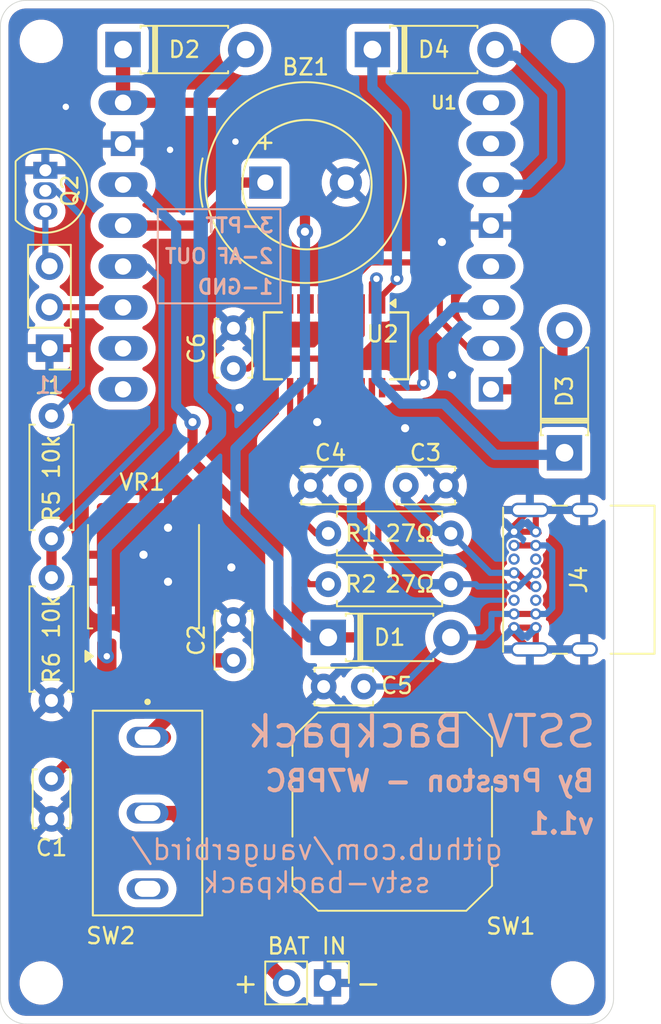
<source format=kicad_pcb>
(kicad_pcb (version 20241229) (generator "pcbnew") (generator_version "9.0")
  (title_block (title "SSTV Backpack") (date "2025-08-29") (rev "1.1"))
  (layers (0 "F.Cu" signal) (2 "B.Cu" signal) (13 "F.Paste" user) (15 "B.Paste" user) (5 "F.SilkS" user "F.Silkscreen") (7 "B.SilkS" user "B.Silkscreen") (1 "F.Mask" user) (3 "B.Mask" user) (25 "Edge.Cuts" user))
  (net 0 "")
  (net 1 "RTS")
  (net 6 "GND")
  (net 7 "+5V")
  (net 8 "/BUZZER")
  (net 9 "/8V IN")
  (net 10 "PTT")
  (net 11 "/TX OUT")
  (net 12 "/CAPTURE")
  (net 13 "/VIN")
  (net 16 "TXD")
  (net 17 "RXD")
  (net 18 "/5VUSB")
  (net 19 "Net-(U2-USBDM)")
  (net 20 "Net-(U2-USBDP)")
  (net 25 "DTR")
  (net 27 "3V3FTDI")
  (net 31 "Net-(D3-A)")
  (net 32 "Net-(D4-A)")
  (net 33 "/D-")
  (net 34 "/D+")
  (net 35 "Net-(Q2-B)")
  (net 36 "PTT_TRIG")
  (net 37 "/5VO")
  (footprint "Package_TO_SOT_SMD:TO-252-2" (layer "F.Cu") (at 148.591 99.153 90)
    (property "Reference" "VR1" (at 5.755 -0.09 180) (layer "F.SilkS"))
    (property "Value" "LP38693DT-5.0" (hide yes))
    (pad "1" smd roundrect (at -5.04 -2.28 90) (size 2.2 1.2) (layers "F.Cu" "F.Mask" "F.Paste") (roundrect_rratio 0.208333) (net 37 "/5VO"))
    (pad "2" smd roundrect (at -0.415 -1.525 90) (size 3.05 2.75) (layers "F.Cu" "F.Paste") (roundrect_rratio 0.090909) (net 6 "GND"))
    (pad "2" smd roundrect (at -0.415 1.525 90) (size 3.05 2.75) (layers "F.Cu" "F.Paste") (roundrect_rratio 0.090909) (net 6 "GND"))
    (pad "2" smd roundrect (at 1.26 0 90) (size 6.4 5.8) (layers "F.Cu" "F.Mask") (roundrect_rratio 0.043103) (net 6 "GND"))
    (pad "2" smd roundrect (at 2.935 -1.525 90) (size 3.05 2.75) (layers "F.Cu" "F.Paste") (roundrect_rratio 0.090909) (net 6 "GND"))
    (pad "2" smd roundrect (at 2.935 1.525 90) (size 3.05 2.75) (layers "F.Cu" "F.Paste") (roundrect_rratio 0.090909) (net 6 "GND"))
    (pad "3" smd roundrect (at -5.04 2.28 90) (size 2.2 1.2) (layers "F.Cu" "F.Mask" "F.Paste") (roundrect_rratio 0.208333) (net 9 "/8V IN"))
  )
  (footprint "Capacitor_THT:C_Disc_D3.4mm_W2.1mm_P2.50mm" (layer "F.Cu") (at 159.786 106.0704)
    (property "Reference" "C5" (at 4.552 -0.0508 0) (layer "F.SilkS"))
    (property "Value" "10nF" (hide yes))
    (pad "1" thru_hole circle (at 0 0) (size 1.6 1.6) (drill 0.8) (layers "*.Cu" "*.Mask") (net 6 "GND"))
    (pad "2" thru_hole circle (at 2.5 0) (size 1.6 1.6) (drill 0.8) (layers "*.Cu" "*.Mask") (net 18 "/5VUSB"))
  )
  (footprint "Buzzer_Beeper:Buzzer_TDK_PS1240P02BT_D12.2mm_H6.5mm" (layer "F.Cu") (at 156.163 74.803)
    (property "Reference" "BZ1" (at 2.5 -7.17 0) (layer "F.SilkS"))
    (property "Value" "Buzzer" (hide yes))
    (fp_text user "+" (at -0.01 -2.54 0) (layer "F.SilkS"))
    (pad "1" thru_hole rect (at 0 0) (size 2 2) (drill 1) (layers "*.Cu" "*.Mask") (net 8 "/BUZZER"))
    (pad "2" thru_hole circle (at 5 0) (size 2 2) (drill 1) (layers "*.Cu" "*.Mask") (net 6 "GND"))
  )
  (footprint "Resistor_THT:R_Axial_DIN0207_L6.3mm_D2.5mm_P7.62mm_Horizontal" (layer "F.Cu") (at 142.875 96.901 90)
    (property "Reference" "R5" (at 2.032 0 90) (layer "F.SilkS"))
    (property "Value" "10k" (at 5.08 0 90) (layer "F.SilkS"))
    (pad "1" thru_hole circle (at 0 0 90) (size 1.6 1.6) (drill 0.8) (layers "*.Cu" "*.Mask") (net 36 "PTT_TRIG"))
    (pad "2" thru_hole oval (at 7.62 0 90) (size 1.6 1.6) (drill 0.8) (layers "*.Cu" "*.Mask") (net 35 "Net-(Q2-B)"))
  )
  (footprint "Diode_THT:D_DO-41_SOD81_P7.62mm_Horizontal" (layer "F.Cu") (at 160.0708 103.0224)
    (property "Reference" "D1" (at 3.81 0 0) (layer "F.SilkS"))
    (property "Value" "1N5819" (hide yes))
    (pad "1" thru_hole rect (at 0 0) (size 2.2 2.2) (drill 1.1) (layers "*.Cu" "*.Mask") (net 7 "+5V"))
    (pad "2" thru_hole oval (at 7.62 0) (size 2.2 2.2) (drill 1.1) (layers "*.Cu" "*.Mask") (net 18 "/5VUSB"))
  )
  (footprint "Diode_THT:D_DO-41_SOD81_P7.62mm_Horizontal" (layer "F.Cu") (at 174.752 91.567 90)
    (property "Reference" "D3" (at 3.81 0 90) (layer "F.SilkS"))
    (property "Value" "1N4148" (hide yes))
    (pad "1" thru_hole rect (at 0 0 90) (size 2.2 2.2) (drill 1.1) (layers "*.Cu" "*.Mask") (net 1 "RTS"))
    (pad "2" thru_hole oval (at 7.62 0 90) (size 2.2 2.2) (drill 1.1) (layers "*.Cu" "*.Mask") (net 31 "Net-(D3-A)"))
  )
  (footprint "SwitchSPDT:SW_SLW-1276864-4A-D" (layer "F.Cu") (at 148.844 113.92 -90)
    (property "Reference" "SW2" (at 7.62 2.286 180) (layer "F.SilkS"))
    (property "Value" "SLW-1276864-4A-D" (hide yes))
    (pad "1" thru_hole oval (at -4.7 0 270) (size 1.3 2.6) (drill oval 1 1.6) (layers "*.Cu" "*.Mask") (net 9 "/8V IN"))
    (pad "2" thru_hole oval (at 0 0 270) (size 1.3 2.6) (drill oval 1 1.6) (layers "*.Cu" "*.Mask") (net 13 "/VIN"))
    (pad "3" thru_hole oval (at 4.7 0 270) (size 1.3 2.6) (drill oval 1 1.6) (layers "*.Cu" "*.Mask"))
  )
  (footprint "ESP32-CAM:ESP32-CAM" (layer "F.Cu") (at 158.75 80.01 180)
    (property "Reference" "U1" (at -8.509 10.16 0) (layer "F.SilkS") (effects (font (size 0.787402 0.787402))))
    (property "Value" "ESP32-CAM" (hide yes))
    (pad "P$1" thru_hole rect (at -11.43 -7.62 180) (size 1.524 1.524) (drill 1.016) (layers "*.Cu" "*.Mask") (net 31 "Net-(D3-A)"))
    (pad "P$2" thru_hole oval (at -11.43 -5.08 180) (size 3.048 1.524) (drill 1.016) (layers "*.Cu" "*.Mask") (net 17 "RXD"))
    (pad "P$3" thru_hole oval (at -11.43 -2.54 180) (size 3.048 1.524) (drill 1.016) (layers "*.Cu" "*.Mask") (net 16 "TXD"))
    (pad "P$4" thru_hole oval (at -11.43 0 180) (size 3.048 1.524) (drill 1.016) (layers "*.Cu" "*.Mask"))
    (pad "P$5" thru_hole rect (at -11.43 2.54 180) (size 1.524 1.524) (drill 1.016) (layers "*.Cu" "*.Mask") (net 6 "GND"))
    (pad "P$6" thru_hole oval (at -11.43 5.08 180) (size 3.048 1.524) (drill 1.016) (layers "*.Cu" "*.Mask") (net 32 "Net-(D4-A)"))
    (pad "P$7" thru_hole oval (at -11.43 7.62 180) (size 3.048 1.524) (drill 1.016) (layers "*.Cu" "*.Mask"))
    (pad "P$8" thru_hole oval (at -11.43 10.16 180) (size 3.048 1.524) (drill 1.016) (layers "*.Cu" "*.Mask"))
    (pad "P$9" thru_hole oval (at 11.43 10.16 180) (size 3.048 1.524) (drill 1.016) (layers "*.Cu" "*.Mask") (net 7 "+5V"))
    (pad "P$10" thru_hole rect (at 11.43 7.62 180) (size 1.524 1.524) (drill 1.016) (layers "*.Cu" "*.Mask") (net 6 "GND"))
    (pad "P$11" thru_hole oval (at 11.43 5.08 180) (size 3.048 1.524) (drill 1.016) (layers "*.Cu" "*.Mask") (net 12 "/CAPTURE"))
    (pad "P$12" thru_hole oval (at 11.43 2.54 180) (size 3.048 1.524) (drill 1.016) (layers "*.Cu" "*.Mask") (net 8 "/BUZZER"))
    (pad "P$13" thru_hole oval (at 11.43 0 180) (size 3.048 1.524) (drill 1.016) (layers "*.Cu" "*.Mask") (net 36 "PTT_TRIG"))
    (pad "P$14" thru_hole oval (at 11.43 -2.54 180) (size 3.048 1.524) (drill 1.016) (layers "*.Cu" "*.Mask") (net 11 "/TX OUT"))
    (pad "P$15" thru_hole oval (at 11.43 -5.08 180) (size 3.048 1.524) (drill 1.016) (layers "*.Cu" "*.Mask"))
    (pad "P$16" thru_hole oval (at 11.43 -7.62 180) (size 3.048 1.524) (drill 1.016) (layers "*.Cu" "*.Mask"))
  )
  (footprint "Diode_THT:D_DO-41_SOD81_P7.62mm_Horizontal" (layer "F.Cu") (at 147.32 66.548)
    (property "Reference" "D2" (at 3.81 0 0) (layer "F.SilkS"))
    (property "Value" "1N5819" (hide yes))
    (pad "1" thru_hole rect (at 0 0) (size 2.2 2.2) (drill 1.1) (layers "*.Cu" "*.Mask") (net 7 "+5V"))
    (pad "2" thru_hole oval (at 7.62 0) (size 2.2 2.2) (drill 1.1) (layers "*.Cu" "*.Mask") (net 37 "/5VO"))
  )
  (footprint "Capacitor_THT:C_Disc_D3.4mm_W2.1mm_P2.50mm" (layer "F.Cu") (at 154.179 104.447 90)
    (property "Reference" "C2" (at 1.25 -2.3 90) (layer "F.SilkS"))
    (property "Value" "1uF")
    (pad "1" thru_hole circle (at 0 0 90) (size 1.6 1.6) (drill 0.8) (layers "*.Cu" "*.Mask") (net 9 "/8V IN"))
    (pad "2" thru_hole circle (at 2.5 0 90) (size 1.6 1.6) (drill 0.8) (layers "*.Cu" "*.Mask") (net 6 "GND"))
  )
  (footprint "Connector_PinHeader_2.54mm:PinHeader_1x02_P2.54mm_Vertical" (layer "F.Cu") (at 160.025 124.46 -90)
    (property "Reference" "J2" (hide yes))
    (property "Value" "Conn_01x02_Pin" (hide yes))
    (pad "1" thru_hole rect (at 0 0 270) (size 1.7 1.7) (drill 1) (layers "*.Cu" "*.Mask") (net 6 "GND"))
    (pad "2" thru_hole oval (at 0 2.54 270) (size 1.7 1.7) (drill 1) (layers "*.Cu" "*.Mask") (net 13 "/VIN"))
  )
  (footprint "Resistor_THT:R_Axial_DIN0207_L6.3mm_D2.5mm_P7.62mm_Horizontal" (layer "F.Cu") (at 142.875 106.934 90)
    (property "Reference" "R6" (at 2.032 0 90) (layer "F.SilkS"))
    (property "Value" "10k" (at 5.207 0 90) (layer "F.SilkS"))
    (pad "1" thru_hole circle (at 0 0 90) (size 1.6 1.6) (drill 0.8) (layers "*.Cu" "*.Mask") (net 6 "GND"))
    (pad "2" thru_hole oval (at 7.62 0 90) (size 1.6 1.6) (drill 0.8) (layers "*.Cu" "*.Mask") (net 36 "PTT_TRIG"))
  )
  (footprint "Capacitor_THT:C_Disc_D3.4mm_W2.1mm_P2.50mm" (layer "F.Cu") (at 161.464 93.599 180)
    (property "Reference" "C4" (at 1.25 2.032 180) (layer "F.SilkS"))
    (property "Value" "47pF" (hide yes))
    (pad "1" thru_hole circle (at 0 0 180) (size 1.6 1.6) (drill 0.8) (layers "*.Cu" "*.Mask") (net 34 "/D+"))
    (pad "2" thru_hole circle (at 2.5 0 180) (size 1.6 1.6) (drill 0.8) (layers "*.Cu" "*.Mask") (net 6 "GND"))
  )
  (footprint "Resistor_THT:R_Axial_DIN0207_L6.3mm_D2.5mm_P7.62mm_Horizontal" (layer "F.Cu") (at 167.6908 99.7204 180)
    (property "Reference" "R2" (at 5.588 0 0) (layer "F.SilkS"))
    (property "Value" "27Ω" (at 2.54 0 0) (layer "F.SilkS"))
    (pad "1" thru_hole circle (at 0 0 180) (size 1.6 1.6) (drill 0.8) (layers "*.Cu" "*.Mask") (net 34 "/D+"))
    (pad "2" thru_hole oval (at 7.62 0 180) (size 1.6 1.6) (drill 0.8) (layers "*.Cu" "*.Mask") (net 20 "Net-(U2-USBDP)"))
  )
  (footprint "MountingHole:MountingHole_2.2mm_M2" (layer "F.Cu") (at 175.26 66.04)
    (property "Reference" "REF**" (hide yes))
    (property "Value" "MountingHole_2.2mm_M2" (hide yes))
    (pad "" np_thru_hole circle (at 0 0) (size 2.2 2.2) (drill 2.2) (layers "*.Cu" "*.Mask"))
  )
  (footprint "Package_SO:SSOP-20_3.9x8.7mm_P0.635mm" (layer "F.Cu") (at 160.55975 84.93125 -90)
    (property "Reference" "U2" (at -0.73025 -2.88925 0) (layer "F.SilkS"))
    (property "Value" "FT231XS" (hide yes))
    (pad "1" smd rect (at -2.6 -2.8575 270) (size 1.2 0.4) (layers "F.Cu" "F.Mask" "F.Paste") (net 25 "DTR"))
    (pad "2" smd rect (at -2.6 -2.2225 270) (size 1.2 0.4) (layers "F.Cu" "F.Mask" "F.Paste") (net 1 "RTS"))
    (pad "3" smd rect (at -2.6 -1.5875 270) (size 1.2 0.4) (layers "F.Cu" "F.Mask" "F.Paste") (net 27 "3V3FTDI"))
    (pad "4" smd rect (at -2.6 -0.9525 270) (size 1.2 0.4) (layers "F.Cu" "F.Mask" "F.Paste") (net 17 "RXD"))
    (pad "5" smd rect (at -2.6 -0.3175 270) (size 1.2 0.4) (layers "F.Cu" "F.Mask" "F.Paste"))
    (pad "6" smd rect (at -2.6 0.3175 270) (size 1.2 0.4) (layers "F.Cu" "F.Mask" "F.Paste") (net 6 "GND"))
    (pad "7" smd rect (at -2.6 0.9525 270) (size 1.2 0.4) (layers "F.Cu" "F.Mask" "F.Paste"))
    (pad "8" smd rect (at -2.6 1.5875 270) (size 1.2 0.4) (layers "F.Cu" "F.Mask" "F.Paste"))
    (pad "9" smd rect (at -2.6 2.2225 270) (size 1.2 0.4) (layers "F.Cu" "F.Mask" "F.Paste"))
    (pad "10" smd rect (at -2.6 2.8575 270) (size 1.2 0.4) (layers "F.Cu" "F.Mask" "F.Paste"))
    (pad "11" smd rect (at 2.6 2.8575 270) (size 1.2 0.4) (layers "F.Cu" "F.Mask" "F.Paste") (net 20 "Net-(U2-USBDP)"))
    (pad "12" smd rect (at 2.6 2.2225 270) (size 1.2 0.4) (layers "F.Cu" "F.Mask" "F.Paste") (net 19 "Net-(U2-USBDM)"))
    (pad "13" smd rect (at 2.6 1.5875 270) (size 1.2 0.4) (layers "F.Cu" "F.Mask" "F.Paste") (net 27 "3V3FTDI"))
    (pad "14" smd rect (at 2.6 0.9525 270) (size 1.2 0.4) (layers "F.Cu" "F.Mask" "F.Paste") (net 27 "3V3FTDI"))
    (pad "15" smd rect (at 2.6 0.3175 270) (size 1.2 0.4) (layers "F.Cu" "F.Mask" "F.Paste") (net 7 "+5V"))
    (pad "16" smd rect (at 2.6 -0.3175 270) (size 1.2 0.4) (layers "F.Cu" "F.Mask" "F.Paste") (net 6 "GND"))
    (pad "17" smd rect (at 2.6 -0.9525 270) (size 1.2 0.4) (layers "F.Cu" "F.Mask" "F.Paste"))
    (pad "18" smd rect (at 2.6 -1.5875 270) (size 1.2 0.4) (layers "F.Cu" "F.Mask" "F.Paste"))
    (pad "19" smd rect (at 2.6 -2.2225 270) (size 1.2 0.4) (layers "F.Cu" "F.Mask" "F.Paste"))
    (pad "20" smd rect (at 2.6 -2.8575 270) (size 1.2 0.4) (layers "F.Cu" "F.Mask" "F.Paste") (net 16 "TXD"))
  )
  (footprint "Capacitor_THT:C_Disc_D3.4mm_W2.1mm_P2.50mm" (layer "F.Cu") (at 154.178 86.34 90)
    (property "Reference" "C6" (at 1.25 -2.3 90) (layer "F.SilkS"))
    (property "Value" "100nF" (hide yes))
    (pad "1" thru_hole circle (at 0 0 90) (size 1.6 1.6) (drill 0.8) (layers "*.Cu" "*.Mask") (net 27 "3V3FTDI"))
    (pad "2" thru_hole circle (at 2.5 0 90) (size 1.6 1.6) (drill 0.8) (layers "*.Cu" "*.Mask") (net 6 "GND"))
  )
  (footprint "Resistor_THT:R_Axial_DIN0207_L6.3mm_D2.5mm_P7.62mm_Horizontal" (layer "F.Cu") (at 167.6908 96.5708 180)
    (property "Reference" "R1" (at 5.588 0 0) (layer "F.SilkS"))
    (property "Value" "27Ω" (at 2.54 0 0) (layer "F.SilkS"))
    (pad "1" thru_hole circle (at 0 0 180) (size 1.6 1.6) (drill 0.8) (layers "*.Cu" "*.Mask") (net 33 "/D-"))
    (pad "2" thru_hole oval (at 7.62 0 180) (size 1.6 1.6) (drill 0.8) (layers "*.Cu" "*.Mask") (net 19 "Net-(U2-USBDM)"))
  )
  (footprint "MountingHole:MountingHole_2.2mm_M2" (layer "F.Cu") (at 142.24 66.04)
    (property "Reference" "REF**" (hide yes))
    (property "Value" "MountingHole_2.2mm_M2" (hide yes))
    (pad "" np_thru_hole circle (at 0 0) (size 2.2 2.2) (drill 2.2) (layers "*.Cu" "*.Mask"))
  )
  (footprint "Connector_PinHeader_2.54mm:PinHeader_1x03_P2.54mm_Vertical" (layer "F.Cu") (at 142.748 85.075 180)
    (property "Reference" "J1" (at 0 -2.33 0) (layer "F.SilkS"))
    (property "Value" "Conn_01x03_Pin" (hide yes))
    (pad "1" thru_hole rect (at 0 0 180) (size 1.7 1.7) (drill 1) (layers "*.Cu" "*.Mask") (net 6 "GND"))
    (pad "2" thru_hole oval (at 0 2.54 180) (size 1.7 1.7) (drill 1) (layers "*.Cu" "*.Mask") (net 11 "/TX OUT"))
    (pad "3" thru_hole oval (at 0 5.08 180) (size 1.7 1.7) (drill 1) (layers "*.Cu" "*.Mask") (net 10 "PTT"))
  )
  (footprint "MountingHole:MountingHole_2.2mm_M2" (layer "F.Cu") (at 175.26 124.46)
    (property "Reference" "REF**" (hide yes))
    (property "Value" "MountingHole_2.2mm_M2" (hide yes))
    (pad "" np_thru_hole circle (at 0 0) (size 2.2 2.2) (drill 2.2) (layers "*.Cu" "*.Mask"))
  )
  (footprint "Diode_THT:D_DO-41_SOD81_P7.62mm_Horizontal" (layer "F.Cu") (at 162.814 66.548)
    (property "Reference" "D4" (at 3.81 0 0) (layer "F.SilkS"))
    (property "Value" "1N4148" (hide yes))
    (pad "1" thru_hole rect (at 0 0) (size 2.2 2.2) (drill 1.1) (layers "*.Cu" "*.Mask") (net 25 "DTR"))
    (pad "2" thru_hole oval (at 7.62 0) (size 2.2 2.2) (drill 1.1) (layers "*.Cu" "*.Mask") (net 32 "Net-(D4-A)"))
  )
  (footprint "Capacitor_THT:C_Disc_D3.4mm_W2.1mm_P2.50mm" (layer "F.Cu") (at 142.875 111.78 -90)
    (property "Reference" "C1" (at 4.298 0.001 180) (layer "F.SilkS"))
    (property "Value" "1uF")
    (pad "1" thru_hole circle (at 0 0 270) (size 1.6 1.6) (drill 0.8) (layers "*.Cu" "*.Mask") (net 37 "/5VO"))
    (pad "2" thru_hole circle (at 2.5 0 270) (size 1.6 1.6) (drill 0.8) (layers "*.Cu" "*.Mask") (net 6 "GND"))
  )
  (footprint "Capacitor_THT:C_Disc_D3.4mm_W2.1mm_P2.50mm" (layer "F.Cu") (at 164.886 93.599)
    (property "Reference" "C3" (at 1.23 -2.032 0) (layer "F.SilkS"))
    (property "Value" "47pF" (hide yes))
    (pad "1" thru_hole circle (at 0 0) (size 1.6 1.6) (drill 0.8) (layers "*.Cu" "*.Mask") (net 33 "/D-"))
    (pad "2" thru_hole circle (at 2.5 0) (size 1.6 1.6) (drill 0.8) (layers "*.Cu" "*.Mask") (net 6 "GND"))
  )
  (footprint "Button_Switch_SMD:SW_Push_1P1T_NO_CK_PTS125Sx43PSMTR" (layer "F.Cu") (at 164.046 113.832)
    (property "Reference" "SW1" (at 7.366 7.112 0) (layer "F.SilkS"))
    (property "Value" "SW_Push" (hide yes))
    (pad "1" smd rect (at -7.15 -2.5) (size 2 1.5) (layers "F.Cu" "F.Mask" "F.Paste") (net 12 "/CAPTURE"))
    (pad "1" smd rect (at 7.15 -2.5) (size 2 1.5) (layers "F.Cu" "F.Mask" "F.Paste") (net 12 "/CAPTURE"))
    (pad "2" smd rect (at -7.15 2.5) (size 2 1.5) (layers "F.Cu" "F.Mask" "F.Paste") (net 6 "GND"))
    (pad "2" smd rect (at 7.15 2.5) (size 2 1.5) (layers "F.Cu" "F.Mask" "F.Paste") (net 6 "GND"))
  )
  (footprint "MountingHole:MountingHole_2.2mm_M2" (layer "F.Cu") (at 142.24 124.46)
    (property "Reference" "REF**" (hide yes))
    (property "Value" "MountingHole_2.2mm_M2" (hide yes))
    (pad "" np_thru_hole circle (at 0 0) (size 2.2 2.2) (drill 2.2) (layers "*.Cu" "*.Mask"))
  )
  (footprint "Connector_USB:USB_C_Receptacle_GCT_USB4085" (layer "F.Cu") (at 171.616 102.416 90)
    (property "Reference" "J4" (at 2.975 4.025 90) (layer "F.SilkS"))
    (property "Value" "USB_C_Receptacle_USB2.0_14P" (hide yes))
    (pad "A1" thru_hole circle (at 0 0 90) (size 0.7 0.7) (drill 0.4) (layers "*.Cu" "*.Mask") (net 6 "GND"))
    (pad "A4" thru_hole circle (at 0.85 0 90) (size 0.7 0.7) (drill 0.4) (layers "*.Cu" "*.Mask") (net 18 "/5VUSB"))
    (pad "A5" thru_hole circle (at 1.7 0 90) (size 0.7 0.7) (drill 0.4) (layers "*.Cu" "*.Mask"))
    (pad "A6" thru_hole circle (at 2.55 0 90) (size 0.7 0.7) (drill 0.4) (layers "*.Cu" "*.Mask") (net 34 "/D+"))
    (pad "A7" thru_hole circle (at 3.4 0 90) (size 0.7 0.7) (drill 0.4) (layers "*.Cu" "*.Mask") (net 33 "/D-"))
    (pad "A8" thru_hole circle (at 4.25 0 90) (size 0.7 0.7) (drill 0.4) (layers "*.Cu" "*.Mask"))
    (pad "A9" thru_hole circle (at 5.1 0 90) (size 0.7 0.7) (drill 0.4) (layers "*.Cu" "*.Mask") (net 18 "/5VUSB"))
    (pad "A12" thru_hole circle (at 5.95 0 90) (size 0.7 0.7) (drill 0.4) (layers "*.Cu" "*.Mask") (net 6 "GND"))
    (pad "B1" thru_hole circle (at 5.95 1.35 90) (size 0.7 0.7) (drill 0.4) (layers "*.Cu" "*.Mask") (net 6 "GND"))
    (pad "B4" thru_hole circle (at 5.1 1.35 90) (size 0.7 0.7) (drill 0.4) (layers "*.Cu" "*.Mask") (net 18 "/5VUSB"))
    (pad "B5" thru_hole circle (at 4.25 1.35 90) (size 0.7 0.7) (drill 0.4) (layers "*.Cu" "*.Mask"))
    (pad "B6" thru_hole circle (at 3.4 1.35 90) (size 0.7 0.7) (drill 0.4) (layers "*.Cu" "*.Mask") (net 34 "/D+"))
    (pad "B7" thru_hole circle (at 2.55 1.35 90) (size 0.7 0.7) (drill 0.4) (layers "*.Cu" "*.Mask") (net 33 "/D-"))
    (pad "B8" thru_hole circle (at 1.7 1.35 90) (size 0.7 0.7) (drill 0.4) (layers "*.Cu" "*.Mask"))
    (pad "B9" thru_hole circle (at 0.85 1.35 90) (size 0.7 0.7) (drill 0.4) (layers "*.Cu" "*.Mask") (net 18 "/5VUSB"))
    (pad "B12" thru_hole circle (at 0 1.35 90) (size 0.7 0.7) (drill 0.4) (layers "*.Cu" "*.Mask") (net 6 "GND"))
    (pad "S1" thru_hole oval (at -1.35 0.98 90) (size 0.9 2.4) (drill oval 0.6 2.1) (layers "*.Cu" "*.Mask") (net 6 "GND"))
    (pad "S1" thru_hole oval (at -1.35 4.36 90) (size 0.9 1.7) (drill oval 0.6 1.4) (layers "*.Cu" "*.Mask") (net 6 "GND"))
    (pad "S1" thru_hole oval (at 7.3 0.98 90) (size 0.9 2.4) (drill oval 0.6 2.1) (layers "*.Cu" "*.Mask") (net 6 "GND"))
    (pad "S1" thru_hole oval (at 7.3 4.36 90) (size 0.9 1.7) (drill oval 0.6 1.4) (layers "*.Cu" "*.Mask") (net 6 "GND"))
  )
  (footprint "Package_TO_SOT_THT:TO-92_Inline" (layer "F.Cu") (at 142.494 74.041 -90)
    (property "Reference" "Q2" (at 1.27 -1.524 90) (layer "F.SilkS"))
    (property "Value" "2N3904" (hide yes))
    (pad "1" thru_hole rect (at 0 0 270) (size 1.05 1.5) (drill 0.75) (layers "*.Cu" "*.Mask") (net 6 "GND"))
    (pad "2" thru_hole oval (at 1.27 0 270) (size 1.05 1.5) (drill 0.75) (layers "*.Cu" "*.Mask") (net 35 "Net-(Q2-B)"))
    (pad "3" thru_hole oval (at 2.54 0 270) (size 1.05 1.5) (drill 0.75) (layers "*.Cu" "*.Mask") (net 10 "PTT"))
  )
  (gr_rect (start 149.479 76.454) (end 157.099 82.296) (stroke (width 0.127)) (fill no) (layer "B.SilkS"))
  (gr_line (start 176.2125 127) (end 141.2875 127) (stroke (width 0.05)) (layer "Edge.Cuts"))
  (gr_arc (start 141.2875 127) (mid 140.164968 126.535032) (end 139.7 125.4125) (stroke (width 0.05)) (layer "Edge.Cuts"))
  (gr_line (start 141.2875 63.5) (end 176.2125 63.5) (stroke (width 0.05)) (layer "Edge.Cuts"))
  (gr_arc (start 176.2125 63.5) (mid 177.335032 63.964968) (end 177.8 65.0875) (stroke (width 0.05)) (layer "Edge.Cuts"))
  (gr_arc (start 177.8 125.4125) (mid 177.335032 126.535032) (end 176.2125 127) (stroke (width 0.05)) (layer "Edge.Cuts"))
  (gr_line (start 177.8 65.0875) (end 177.8 125.4125) (stroke (width 0.05)) (layer "Edge.Cuts"))
  (gr_arc (start 139.7 65.0875) (mid 140.164968 63.964968) (end 141.2875 63.5) (stroke (width 0.05)) (layer "Edge.Cuts"))
  (gr_line (start 139.7 125.4125) (end 139.7 65.0875) (stroke (width 0.05)) (layer "Edge.Cuts"))
  (gr_text "BAT IN" (at 158.75 122.174 0) (layer "F.SilkS") (effects (font (size 1 1))))
  (gr_text "+" (at 154.94 124.46 0) (layer "F.SilkS") (effects (font (size 1.27 1.27) (thickness 0.15875))))
  (gr_text "-" (at 162.56 124.46 0) (layer "F.SilkS") (effects (font (size 1.27 1.27) (thickness 0.15875))))
  (gr_text "1-GND" (at 154.305 81.28 0) (layer "B.SilkS") (effects (font (size 0.889 0.889) (thickness 0.1778) (bold yes)) (justify mirror)))
  (gr_text "By Preston - W7PBC" (at 176.7332 112.6744 0) (layer "B.SilkS") (effects (font (size 1.27 1.27) (thickness 0.254) (bold yes)) (justify left bottom mirror)))
  (gr_text "3-PTT" (at 154.559 77.47 0) (layer "B.SilkS") (effects (font (size 0.889 0.889) (thickness 0.1778) (bold yes)) (justify mirror)))
  (gr_text "github.com/vaugerbird/\nsstv-backpack" (at 159.3596 118.9736 0) (layer "B.SilkS") (effects (font (size 1.27 1.27) (thickness 0.15875)) (justify bottom mirror)))
  (gr_text "2-AF OUT" (at 153.289 79.375 0) (layer "B.SilkS") (effects (font (size 0.889 0.889) (thickness 0.1778) (bold yes)) (justify mirror)))
  (gr_text "SSTV Backpack" (at 176.8348 109.982 0) (layer "B.SilkS") (effects (font (size 1.905 1.905) (thickness 0.254)) (justify left bottom mirror)))
  (gr_text "J1" (at 142.748 87.376 0) (layer "B.SilkS") (effects (font (size 1 1)) (justify mirror)))
  (gr_text "v1.1" (at 176.7332 115.316 0) (layer "B.SilkS") (effects (font (size 1.27 1.27) (thickness 0.254) (bold yes)) (justify left bottom mirror)))
  (segment (start 162.78225 82.33125) (end 162.78225 81.05775) (width 0.381) (layer "F.Cu") (net 1))
  (segment (start 162.78225 81.05775) (end 163.068 80.772) (width 0.381) (layer "F.Cu") (net 1))
  (via (at 163.068 80.772) (size 0.8) (drill 0.4) (layers "F.Cu" "B.Cu") (net 1))
  (segment (start 170.434 91.694) (end 174.625 91.694) (width 0.635) (layer "B.Cu") (net 1))
  (segment (start 164.592 88.519) (end 163.068 86.995) (width 0.635) (layer "B.Cu") (net 1))
  (segment (start 167.259 88.519) (end 164.592 88.519) (width 0.635) (layer "B.Cu") (net 1))
  (segment (start 163.068 86.995) (end 163.068 80.772) (width 0.635) (layer "B.Cu") (net 1))
  (segment (start 170.434 91.694) (end 167.259 88.519) (width 0.635) (layer "B.Cu") (net 1))
  (segment (start 171.616 102.786) (end 172.596 103.766) (width 0.381) (layer "F.Cu") (net 6))
  (segment (start 171.616 102.416) (end 171.616 102.786) (width 0.381) (layer "F.Cu") (net 6))
  (segment (start 172.966 95.486) (end 172.596 95.116) (width 0.381) (layer "F.Cu") (net 6))
  (segment (start 172.966 96.466) (end 172.966 95.486) (width 0.381) (layer "F.Cu") (net 6))
  (segment (start 160.87725 87.53125) (end 160.87725 88.51225) (width 0.381) (layer "F.Cu") (net 6))
  (segment (start 160.24225 80.93075) (end 160.24225 82.33125) (width 0.381) (layer "F.Cu") (net 6))
  (segment (start 160.87725 87.53125) (end 160.87725 86.55025) (width 0.381) (layer "F.Cu") (net 6))
  (segment (start 171.616 96.096) (end 172.596 95.116) (width 0.381) (layer "F.Cu") (net 6))
  (segment (start 171.616 96.466) (end 171.616 96.096) (width 0.381) (layer "F.Cu") (net 6))
  (segment (start 161.392 89.027) (end 162.56 89.027) (width 0.381) (layer "F.Cu") (net 6))
  (segment (start 172.966 103.396) (end 172.596 103.766) (width 0.381) (layer "F.Cu") (net 6))
  (segment (start 160.24225 82.33125) (end 160.24225 83.78825) (width 0.381) (layer "F.Cu") (net 6))
  (segment (start 161.4485 85.979) (end 161.798 85.979) (width 0.381) (layer "F.Cu") (net 6))
  (segment (start 160.87725 86.55025) (end 161.4485 85.979) (width 0.381) (layer "F.Cu") (net 6))
  (segment (start 172.966 102.416) (end 172.966 103.396) (width 0.381) (layer "F.Cu") (net 6))
  (segment (start 160.87725 88.51225) (end 161.392 89.027) (width 0.381) (layer "F.Cu") (net 6))
  (segment (start 171.616 96.466) (end 172.966 96.466) (width 0.381) (layer "F.Cu") (net 6))
  (segment (start 171.616 102.416) (end 172.966 102.416) (width 0.381) (layer "F.Cu") (net 6))
  (via (at 150.116 99.568) (size 1.016) (drill 0.508) (layers "F.Cu" "B.Cu") (net 6))
  (via (at 143.764 70.104) (size 0.8) (drill 0.4) (layers "F.Cu" "B.Cu") (net 6))
  (via (at 167.132 78.486) (size 1.016) (drill 0.508) (layers "F.Cu" "B.Cu") (net 6))
  (via (at 154.051 98.679) (size 1.016) (drill 0.508) (layers "F.Cu" "B.Cu") (net 6))
  (via (at 164.846 90.043) (size 1.016) (drill 0.508) (layers "F.Cu" "B.Cu") (net 6))
  (via (at 154.305 72.263) (size 0.8) (drill 0.4) (layers "F.Cu" "B.Cu") (net 6))
  (via (at 150.116 96.218) (size 1.016) (drill 0.508) (layers "F.Cu" "B.Cu") (net 6))
  (via (at 154.559 88.773) (size 1.016) (drill 0.508) (layers "F.Cu" "B.Cu") (net 6))
  (via (at 148.591 97.893) (size 1.016) (drill 0.508) (layers "F.Cu" "B.Cu") (net 6))
  (via (at 150.241 72.771) (size 0.8) (drill 0.4) (layers "F.Cu" "B.Cu") (net 6))
  (via (at 167.767 86.741) (size 1.016) (drill 0.508) (layers "F.Cu" "B.Cu") (net 6))
  (via (at 159.385 89.662) (size 1.016) (drill 0.508) (layers "F.Cu" "B.Cu") (net 6))
  (via (at 148.591 97.893) (size 1.016) (drill 0.508) (layers "F.Cu" "B.Cu") (net 6))
  (segment (start 163.195 97.663) (end 163.195 102.0826) (width 0.635) (layer "F.Cu") (net 7))
  (segment (start 156.083 69.85) (end 147.32 69.85) (width 0.635) (layer "F.Cu") (net 7))
  (segment (start 160.24225 87.53125) (end 160.24225 88.99525) (width 0.381) (layer "F.Cu") (net 7))
  (segment (start 147.32 66.548) (end 147.32 69.85) (width 0.889) (layer "F.Cu") (net 7))
  (segment (start 163.195 102.0826) (end 162.2552 103.0224) (width 0.635) (layer "F.Cu") (net 7))
  (segment (start 158.623 77.851) (end 158.623 72.39) (width 0.635) (layer "F.Cu") (net 7))
  (segment (start 163.1825 91.9355) (end 163.1825 97.6505) (width 0.381) (layer "F.Cu") (net 7))
  (segment (start 163.1825 97.6505) (end 163.195 97.663) (width 0.381) (layer "F.Cu") (net 7))
  (segment (start 162.2552 103.0224) (end 160.0708 103.0224) (width 0.635) (layer "F.Cu") (net 7))
  (segment (start 158.623 72.39) (end 156.083 69.85) (width 0.635) (layer "F.Cu") (net 7))
  (segment (start 160.24225 88.99525) (end 163.1825 91.9355) (width 0.381) (layer "F.Cu") (net 7))
  (via (at 158.623 77.851) (size 1.016) (drill 0.508) (layers "F.Cu" "B.Cu") (net 7))
  (segment (start 154.305 95.504) (end 156.972 98.171) (width 0.635) (layer "B.Cu") (net 7))
  (segment (start 156.972 101.092) (end 158.9024 103.0224) (width 0.635) (layer "B.Cu") (net 7))
  (segment (start 158.623 86.995) (end 154.305 91.313) (width 0.635) (layer "B.Cu") (net 7))
  (segment (start 156.972 98.171) (end 156.972 101.092) (width 0.635) (layer "B.Cu") (net 7))
  (segment (start 158.623 77.851) (end 158.623 86.995) (width 0.635) (layer "B.Cu") (net 7))
  (segment (start 158.9024 103.0224) (end 160.0708 103.0224) (width 0.635) (layer "B.Cu") (net 7))
  (segment (start 154.305 91.313) (end 154.305 95.504) (width 0.635) (layer "B.Cu") (net 7))
  (segment (start 152.166 77.47) (end 152.166 77.323) (width 0.635) (layer "F.Cu") (net 8))
  (segment (start 152.166 77.323) (end 154.686 74.803) (width 0.635) (layer "F.Cu") (net 8))
  (segment (start 147.32 77.47) (end 152.166 77.47) (width 0.635) (layer "F.Cu") (net 8))
  (segment (start 154.686 74.803) (end 156.163 74.803) (width 0.635) (layer "F.Cu") (net 8))
  (segment (start 150.876 107.188) (end 150.876 106.934) (width 0.889) (layer "F.Cu") (net 9))
  (segment (start 150.876 106.934) (end 150.871 106.929) (width 0.889) (layer "F.Cu") (net 9))
  (segment (start 148.844 109.22) (end 149.86 109.22) (width 0.889) (layer "F.Cu") (net 9))
  (segment (start 151.125 104.447) (end 150.871 104.193) (width 0.889) (layer "F.Cu") (net 9))
  (segment (start 148.844 109.22) (end 150.876 107.188) (width 0.889) (layer "F.Cu") (net 9))
  (segment (start 150.871 106.929) (end 150.871 104.193) (width 0.889) (layer "F.Cu") (net 9))
  (segment (start 154.179 104.447) (end 151.125 104.447) (width 0.889) (layer "F.Cu") (net 9))
  (segment (start 142.494 76.581) (end 142.494 79.741) (width 0.381) (layer "B.Cu") (net 10))
  (segment (start 142.494 79.741) (end 142.748 79.995) (width 0.381) (layer "B.Cu") (net 10))
  (segment (start 147.305 82.535) (end 147.32 82.55) (width 0.381) (layer "F.Cu") (net 11))
  (segment (start 142.748 82.535) (end 147.305 82.535) (width 0.381) (layer "F.Cu") (net 11))
  (segment (start 151.638 92.075) (end 156.972 97.409) (width 0.635) (layer "F.Cu") (net 12))
  (segment (start 156.972 97.409) (end 156.972 108.966) (width 0.635) (layer "F.Cu") (net 12))
  (segment (start 156.896 111.332) (end 159.338 111.332) (width 0.635) (layer "F.Cu") (net 12))
  (segment (start 156.972 108.966) (end 159.338 111.332) (width 0.635) (layer "F.Cu") (net 12))
  (segment (start 159.338 111.332) (end 171.196 111.332) (width 0.635) (layer "F.Cu") (net 12))
  (segment (start 151.638 89.662) (end 151.638 92.075) (width 0.635) (layer "F.Cu") (net 12))
  (via (at 151.638 89.662) (size 1.016) (drill 0.508) (layers "F.Cu" "B.Cu") (net 12))
  (segment (start 150.622 77.597) (end 147.955 74.93) (width 0.635) (layer "B.Cu") (net 12))
  (segment (start 147.955 74.93) (end 147.32 74.93) (width 0.635) (layer "B.Cu") (net 12))
  (segment (start 151.638 89.662) (end 150.622 88.646) (width 0.635) (layer "B.Cu") (net 12))
  (segment (start 150.622 88.646) (end 150.622 77.597) (width 0.635) (layer "B.Cu") (net 12))
  (segment (start 152.908 116.332) (end 150.496 113.92) (width 0.889) (layer "F.Cu") (net 13))
  (segment (start 152.908 119.888) (end 152.913 119.888) (width 0.889) (layer "F.Cu") (net 13))
  (segment (start 152.908 119.888) (end 152.908 116.332) (width 0.889) (layer "F.Cu") (net 13))
  (segment (start 150.496 113.92) (end 148.844 113.92) (width 0.889) (layer "F.Cu") (net 13))
  (segment (start 152.913 119.888) (end 157.485 124.46) (width 0.889) (layer "F.Cu") (net 13))
  (segment (start 165.50925 87.53125) (end 165.70675 87.53125) (width 0.381) (layer "F.Cu") (net 16))
  (segment (start 165.70675 87.53125) (end 165.989 87.249) (width 0.381) (layer "F.Cu") (net 16))
  (segment (start 163.41725 87.53125) (end 165.50925 87.53125) (width 0.381) (layer "F.Cu") (net 16))
  (via (at 165.989 87.249) (size 0.8) (drill 0.4) (layers "F.Cu" "B.Cu") (net 16))
  (segment (start 167.894 82.55) (end 165.989 84.455) (width 0.635) (layer "B.Cu") (net 16))
  (segment (start 165.989 84.455) (end 165.989 87.249) (width 0.635) (layer "B.Cu") (net 16))
  (segment (start 170.18 82.55) (end 167.894 82.55) (width 0.635) (layer "B.Cu") (net 16))
  (segment (start 161.51225 82.33125) (end 161.51225 81.38325) (width 0.381) (layer "F.Cu") (net 17))
  (segment (start 165.227 79.756) (end 162.687 79.756) (width 0.381) (layer "F.Cu") (net 17))
  (segment (start 168.783 85.09) (end 167.005 83.312) (width 0.381) (layer "F.Cu") (net 17))
  (segment (start 162.687 79.756) (end 161.51225 80.93075) (width 0.381) (layer "F.Cu") (net 17))
  (segment (start 167.005 81.534) (end 165.227 79.756) (width 0.381) (layer "F.Cu") (net 17))
  (segment (start 161.51225 80.93075) (end 161.51225 81.38325) (width 0.381) (layer "F.Cu") (net 17))
  (segment (start 167.005 83.312) (end 167.005 81.534) (width 0.381) (layer "F.Cu") (net 17))
  (segment (start 170.18 85.09) (end 168.783 85.09) (width 0.381) (layer "F.Cu") (net 17))
  (segment (start 171.616 97.316) (end 172.966 97.316) (width 0.381) (layer "F.Cu") (net 18))
  (segment (start 171.616 101.566) (end 172.966 101.566) (width 0.381) (layer "F.Cu") (net 18))
  (segment (start 173.99 101.191487) (end 173.99 97.663) (width 0.381) (layer "B.Cu") (net 18))
  (segment (start 170.214 101.566) (end 171.616 101.566) (width 0.381) (layer "B.Cu") (net 18))
  (segment (start 167.6908 103.0224) (end 164.6428 106.0704) (width 0.381) (layer "B.Cu") (net 18))
  (segment (start 173.615487 101.566) (end 173.99 101.191487) (width 0.381) (layer "B.Cu") (net 18))
  (segment (start 170.214 102.5312) (end 170.214 101.566) (width 0.381) (layer "B.Cu") (net 18))
  (segment (start 169.7228 103.0224) (end 170.214 102.5312) (width 0.381) (layer "B.Cu") (net 18))
  (segment (start 173.99 97.663) (end 173.643 97.316) (width 0.381) (layer "B.Cu") (net 18))
  (segment (start 164.6428 106.0704) (end 162.286 106.0704) (width 0.381) (layer "B.Cu") (net 18))
  (segment (start 172.966 101.566) (end 173.615487 101.566) (width 0.381) (layer "B.Cu") (net 18))
  (segment (start 173.643 97.316) (end 172.966 97.316) (width 0.381) (layer "B.Cu") (net 18))
  (segment (start 167.6908 103.0224) (end 169.7228 103.0224) (width 0.381) (layer "B.Cu") (net 18))
  (segment (start 158.33725 87.53125) (end 158.33725 90.13825) (width 0.381) (layer "F.Cu") (net 19))
  (segment (start 158.33725 90.13825) (end 157.353 91.1225) (width 0.381) (layer "F.Cu") (net 19))
  (segment (start 157.353 94.615) (end 159.3088 96.5708) (width 0.381) (layer "F.Cu") (net 19))
  (segment (start 159.3088 96.5708) (end 160.0708 96.5708) (width 0.381) (layer "F.Cu") (net 19))
  (segment (start 157.353 91.1225) (end 157.353 94.615) (width 0.381) (layer "F.Cu") (net 19))
  (segment (start 158.115 98.933) (end 158.9024 99.7204) (width 0.381) (layer "F.Cu") (net 20))
  (segment (start 158.9024 99.7204) (end 160.0708 99.7204) (width 0.381) (layer "F.Cu") (net 20))
  (segment (start 157.70225 87.53125) (end 157.70225 89.43975) (width 0.381) (layer "F.Cu") (net 20))
  (segment (start 156.337 95.123) (end 158.115 96.901) (width 0.381) (layer "F.Cu") (net 20))
  (segment (start 156.337 90.805) (end 156.337 95.123) (width 0.381) (layer "F.Cu") (net 20))
  (segment (start 158.115 96.901) (end 158.115 98.933) (width 0.381) (layer "F.Cu") (net 20))
  (segment (start 157.70225 89.43975) (end 156.337 90.805) (width 0.381) (layer "F.Cu") (net 20))
  (segment (start 164.338 80.899) (end 163.41725 81.81975) (width 0.381) (layer "F.Cu") (net 25))
  (segment (start 163.41725 81.81975) (end 163.41725 82.33125) (width 0.381) (layer "F.Cu") (net 25))
  (segment (start 164.338 80.772) (end 164.338 80.899) (width 0.381) (layer "F.Cu") (net 25))
  (via (at 164.338 80.772) (size 0.8) (drill 0.4) (layers "F.Cu" "B.Cu") (net 25))
  (segment (start 162.814 68.961) (end 164.338 70.485) (width 0.635) (layer "B.Cu") (net 25))
  (segment (start 164.338 70.485) (end 164.338 80.772) (width 0.635) (layer "B.Cu") (net 25))
  (segment (start 162.814 68.961) (end 162.814 66.548) (width 0.635) (layer "B.Cu") (net 25))
  (segment (start 162.14725 82.33125) (end 162.14725 84.23275) (width 0.381) (layer "F.Cu") (net 27))
  (segment (start 161.44875 84.93125) (end 160.30575 84.93125) (width 0.381) (layer "F.Cu") (net 27))
  (segment (start 158.97225 87.53125) (end 159.60725 87.53125) (width 0.381) (layer "F.Cu") (net 27))
  (segment (start 160.30575 84.93125) (end 159.60725 85.62975) (width 0.381) (layer "F.Cu") (net 27))
  (segment (start 154.178 86.34) (end 155.087 86.34) (width 0.381) (layer "F.Cu") (net 27))
  (segment (start 162.14725 84.23275) (end 161.44875 84.93125) (width 0.381) (layer "F.Cu") (net 27))
  (segment (start 155.087 86.34) (end 155.702 85.725) (width 0.381) (layer "F.Cu") (net 27))
  (segment (start 159.512 85.725) (end 159.60725 85.62975) (width 0.381) (layer "F.Cu") (net 27))
  (segment (start 155.702 85.725) (end 159.512 85.725) (width 0.381) (layer "F.Cu") (net 27))
  (segment (start 159.60725 85.62975) (end 159.60725 87.53125) (width 0.381) (layer "F.Cu") (net 27))
  (segment (start 173.228 87.63) (end 170.18 87.63) (width 0.635) (layer "F.Cu") (net 31))
  (segment (start 174.625 86.233) (end 173.228 87.63) (width 0.635) (layer "F.Cu") (net 31))
  (segment (start 174.625 86.233) (end 174.625 84.074) (width 0.635) (layer "F.Cu") (net 31))
  (segment (start 173.99 73.406) (end 172.466 74.93) (width 0.635) (layer "B.Cu") (net 32))
  (segment (start 173.99 69.215) (end 173.99 73.406) (width 0.635) (layer "B.Cu") (net 32))
  (segment (start 171.704 66.929) (end 173.99 69.215) (width 0.635) (layer "B.Cu") (net 32))
  (segment (start 171.704 66.929) (end 170.815 66.929) (width 0.635) (layer "B.Cu") (net 32))
  (segment (start 172.466 74.93) (end 170.18 74.93) (width 0.635) (layer "B.Cu") (net 32))
  (segment (start 170.815 66.929) (end 170.434 66.548) (width 0.635) (layer "B.Cu") (net 32))
  (segment (start 172.66464 99.866) (end 172.966 99.866) (width 0.381) (layer "F.Cu") (net 33))
  (segment (start 171.81464 99.016) (end 172.66464 99.866) (width 0.381) (layer "F.Cu") (net 33))
  (segment (start 171.616 99.016) (end 171.81464 99.016) (width 0.381) (layer "F.Cu") (net 33))
  (segment (start 166.7764 96.4184) (end 167.5384 96.4184) (width 0.635) (layer "B.Cu") (net 33))
  (segment (start 170.136 99.016) (end 167.6908 96.5708) (width 0.381) (layer "B.Cu") (net 33))
  (segment (start 164.886 93.599) (end 164.886 94.528) (width 0.635) (layer "B.Cu") (net 33))
  (segment (start 171.616 99.016) (end 170.136 99.016) (width 0.381) (layer "B.Cu") (net 33))
  (segment (start 164.886 94.528) (end 166.7764 96.4184) (width 0.635) (layer "B.Cu") (net 33))
  (segment (start 167.5384 96.4184) (end 167.6908 96.5708) (width 0.635) (layer "B.Cu") (net 33))
  (segment (start 171.616 99.866) (end 171.91736 99.866) (width 0.381) (layer "B.Cu") (net 34))
  (segment (start 171.91736 99.866) (end 172.76736 99.016) (width 0.381) (layer "B.Cu") (net 34))
  (segment (start 161.544 93.599) (end 161.544 95.7072) (width 0.635) (layer "B.Cu") (net 34))
  (segment (start 172.76736 99.016) (end 172.966 99.016) (width 0.381) (layer "B.Cu") (net 34))
  (segment (start 171.616 99.866) (end 169.374 99.866) (width 0.381) (layer "B.Cu") (net 34))
  (segment (start 169.374 99.866) (end 169.2284 99.7204) (width 0.381) (layer "B.Cu") (net 34))
  (segment (start 169.2284 99.7204) (end 167.6908 99.7204) (width 0.381) (layer "B.Cu") (net 34))
  (segment (start 165.5572 99.7204) (end 167.6908 99.7204) (width 0.635) (layer "B.Cu") (net 34))
  (segment (start 161.544 95.7072) (end 165.5572 99.7204) (width 0.635) (layer "B.Cu") (net 34))
  (segment (start 143.175 75.311) (end 142.494 75.311) (width 0.381) (layer "B.Cu") (net 35))
  (segment (start 144.78 87.376) (end 144.78 76.916) (width 0.381) (layer "B.Cu") (net 35))
  (segment (start 144.78 76.916) (end 143.175 75.311) (width 0.381) (layer "B.Cu") (net 35))
  (segment (start 142.875 89.281) (end 144.78 87.376) (width 0.381) (layer "B.Cu") (net 35))
  (segment (start 142.875 96.901) (end 142.875 99.314) (width 0.635) (layer "F.Cu") (net 36))
  (segment (start 147.305 79.995) (end 147.32 80.01) (width 0.635) (layer "F.Cu") (net 36))
  (segment (start 149.7076 80.8736) (end 148.844 80.01) (width 0.381) (layer "B.Cu") (net 36))
  (segment (start 142.875 96.901) (end 149.7076 90.0684) (width 0.381) (layer "B.Cu") (net 36))
  (segment (start 149.7076 90.0684) (end 149.7076 80.8736) (width 0.381) (layer "B.Cu") (net 36))
  (segment (start 148.844 80.01) (end 147.32 80.01) (width 0.381) (layer "B.Cu") (net 36))
  (segment (start 145.054 109.601) (end 145.054 108.311) (width 0.635) (layer "F.Cu") (net 37))
  (segment (start 146.311 107.054) (end 146.311 104.193) (width 0.635) (layer "F.Cu") (net 37))
  (segment (start 142.875 111.78) (end 145.054 109.601) (width 0.635) (layer "F.Cu") (net 37))
  (segment (start 145.054 108.311) (end 146.311 107.054) (width 0.635) (layer "F.Cu") (net 37))
  (via (at 146.311 104.193) (size 0.8) (drill 0.4) (layers "F.Cu" "B.Cu") (net 37))
  (segment (start 146.177 97.409) (end 146.177 104.059) (width 0.889) (layer "B.Cu") (net 37))
  (segment (start 153.289 89.154) (end 153.289 90.297) (width 0.889) (layer "B.Cu") (net 37))
  (segment (start 152.146 69.342) (end 152.146 88.011) (width 0.889) (layer "B.Cu") (net 37))
  (segment (start 146.177 104.059) (end 146.311 104.193) (width 0.889) (layer "B.Cu") (net 37))
  (segment (start 153.289 90.297) (end 146.177 97.409) (width 0.889) (layer "B.Cu") (net 37))
  (segment (start 154.94 66.548) (end 152.146 69.342) (width 0.889) (layer "B.Cu") (net 37))
  (segment (start 152.146 88.011) (end 153.289 89.154) (width 0.889) (layer "B.Cu") (net 37))
  (zone (net 6) (net_name "GND") (layer "F.Cu") (connect_pads (clearance 0.5)) (min_thickness 0.25) (fill yes (thermal_gap 0.5) (thermal_bridge_width 0.5) (smoothing fillet) (radius 1.5875))
    (polygon (pts (xy 139.7 63.5) (xy 177.8 63.5) (xy 177.8 127) (xy 139.7 127)))
  )
  (zone (net 6) (net_name "GND") (layer "B.Cu") (priority 1) (connect_pads (clearance 0.5)) (min_thickness 0.25) (fill yes (thermal_gap 0.5) (thermal_bridge_width 0.5) (smoothing fillet) (radius 1.5875))
    (polygon (pts (xy 139.7 63.5) (xy 177.8 63.5) (xy 177.8 127) (xy 139.7 127)))
  )
)
</source>
